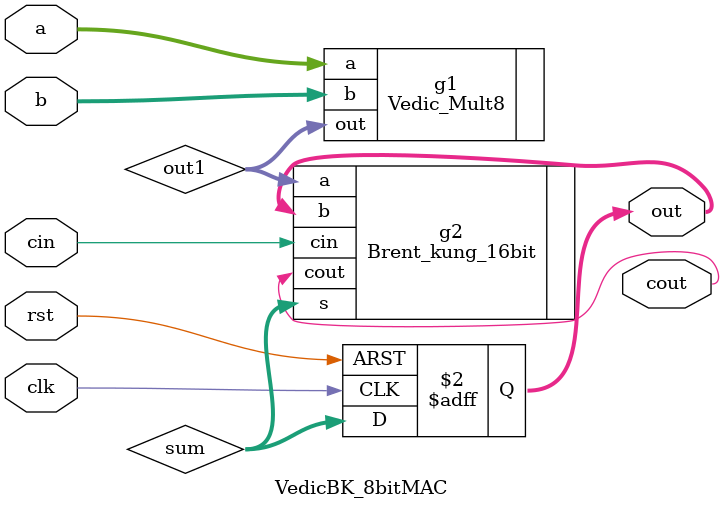
<source format=v>
module VedicBK_8bitMAC(
    input [7:0] a,          // 8-bit input A
    input [7:0] b,          // 8-bit input B
    input clk,
    input rst,
    input cin,              // Carry-in for the adder
    output reg [15:0] out,  // 16-bit output
    output cout             // Carry-out from the adder
);

    wire [15:0] out1;       // Output from the 8-bit Vedic multiplier
    wire [15:0] sum;

    // Instantiate 8-bit Vedic multiplier
    Vedic_Mult8 g1 (
        .a(a),
        .b(b),
        .out(out1)
    );

    // Instantiate 16-bit Kogge-Stone adder
    Brent_kung_16bit g2 (
        .a(out1),
        .b(out),
        .cin(cin),
        .s(sum),
        .cout(cout)
    );

    // Register output with synchronous reset
    always @(posedge clk or posedge rst) begin
        if (rst)
            out <= 16'h0;  // Reset to 16-bit zero
        else
            out <= sum;    // Update output with adder result
    end
endmodule


</source>
